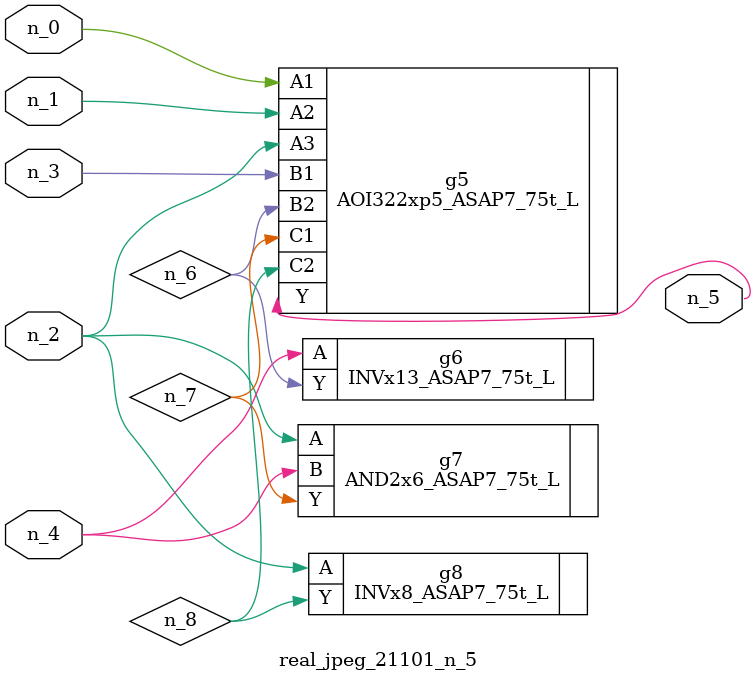
<source format=v>
module real_jpeg_21101_n_5 (n_4, n_0, n_1, n_2, n_3, n_5);

input n_4;
input n_0;
input n_1;
input n_2;
input n_3;

output n_5;

wire n_8;
wire n_6;
wire n_7;

AOI322xp5_ASAP7_75t_L g5 ( 
.A1(n_0),
.A2(n_1),
.A3(n_2),
.B1(n_3),
.B2(n_6),
.C1(n_7),
.C2(n_8),
.Y(n_5)
);

AND2x6_ASAP7_75t_L g7 ( 
.A(n_2),
.B(n_4),
.Y(n_7)
);

INVx8_ASAP7_75t_L g8 ( 
.A(n_2),
.Y(n_8)
);

INVx13_ASAP7_75t_L g6 ( 
.A(n_4),
.Y(n_6)
);


endmodule
</source>
